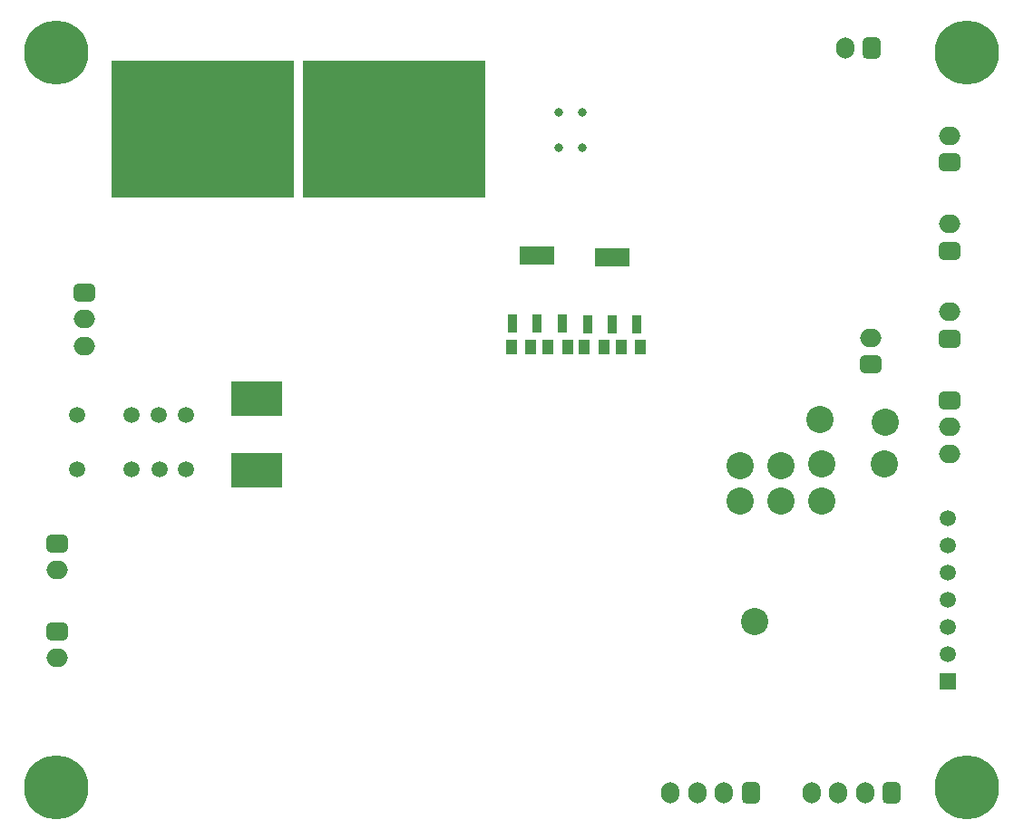
<source format=gbs>
G04*
G04 #@! TF.GenerationSoftware,Altium Limited,Altium Designer,21.2.0 (30)*
G04*
G04 Layer_Color=16711935*
%FSLAX25Y25*%
%MOIN*%
G70*
G04*
G04 #@! TF.SameCoordinates,1A82DE82-DBE2-47DD-AFC6-AE7A396213A6*
G04*
G04*
G04 #@! TF.FilePolarity,Negative*
G04*
G01*
G75*
%ADD41R,0.03937X0.05315*%
%ADD57C,0.06000*%
%ADD58C,0.12598*%
%ADD59O,0.07874X0.06693*%
G04:AMPARAMS|DCode=60|XSize=66.93mil|YSize=78.74mil|CornerRadius=16.73mil|HoleSize=0mil|Usage=FLASHONLY|Rotation=270.000|XOffset=0mil|YOffset=0mil|HoleType=Round|Shape=RoundedRectangle|*
%AMROUNDEDRECTD60*
21,1,0.06693,0.04528,0,0,270.0*
21,1,0.03347,0.07874,0,0,270.0*
1,1,0.03346,-0.02264,-0.01673*
1,1,0.03346,-0.02264,0.01673*
1,1,0.03346,0.02264,0.01673*
1,1,0.03346,0.02264,-0.01673*
%
%ADD60ROUNDEDRECTD60*%
%ADD61C,0.10000*%
%ADD62O,0.06693X0.07874*%
G04:AMPARAMS|DCode=63|XSize=66.93mil|YSize=78.74mil|CornerRadius=16.73mil|HoleSize=0mil|Usage=FLASHONLY|Rotation=180.000|XOffset=0mil|YOffset=0mil|HoleType=Round|Shape=RoundedRectangle|*
%AMROUNDEDRECTD63*
21,1,0.06693,0.04528,0,0,180.0*
21,1,0.03347,0.07874,0,0,180.0*
1,1,0.03346,-0.01673,0.02264*
1,1,0.03346,0.01673,0.02264*
1,1,0.03346,0.01673,-0.02264*
1,1,0.03346,-0.01673,-0.02264*
%
%ADD63ROUNDEDRECTD63*%
%ADD64C,0.05906*%
%ADD65R,0.05906X0.05906*%
%ADD66C,0.23622*%
%ADD67C,0.05000*%
%ADD68C,0.03150*%
%ADD75R,0.12598X0.06890*%
%ADD76R,0.03740X0.06890*%
%ADD77R,0.18504X0.12992*%
G36*
X103500Y233000D02*
X36500D01*
Y283500D01*
X103500D01*
Y233000D01*
D02*
G37*
G36*
X174000D02*
X107000D01*
Y283500D01*
X174000D01*
Y233000D01*
D02*
G37*
D41*
X196761Y178000D02*
D03*
X204044D02*
D03*
X183358D02*
D03*
X190642D02*
D03*
X217597D02*
D03*
X210314D02*
D03*
X231000D02*
D03*
X223716D02*
D03*
D57*
X62039Y258461D02*
D03*
X148461Y258500D02*
D03*
D58*
X79500Y275921D02*
D03*
X62039Y241000D02*
D03*
X79500Y258461D02*
D03*
Y241000D02*
D03*
X44579D02*
D03*
Y258461D02*
D03*
X62039Y275921D02*
D03*
X44579D02*
D03*
X165921Y275961D02*
D03*
X148461Y241039D02*
D03*
X165921Y258500D02*
D03*
Y241039D02*
D03*
X131000D02*
D03*
Y258500D02*
D03*
X148461Y275961D02*
D03*
X131000D02*
D03*
D59*
X26500Y178500D02*
D03*
Y188342D02*
D03*
X344500Y191000D02*
D03*
Y223342D02*
D03*
X315500Y181500D02*
D03*
X344500Y255842D02*
D03*
Y138815D02*
D03*
Y148658D02*
D03*
X16500Y95917D02*
D03*
Y63657D02*
D03*
D60*
X26500Y198185D02*
D03*
X344500Y181158D02*
D03*
Y213500D02*
D03*
X315500Y171658D02*
D03*
X344500Y246000D02*
D03*
Y158500D02*
D03*
X16500Y105759D02*
D03*
Y73500D02*
D03*
D61*
X267500Y134500D02*
D03*
X320500Y135000D02*
D03*
X273000Y77000D02*
D03*
X282500Y121500D02*
D03*
Y134500D02*
D03*
X297500Y121500D02*
D03*
X297000Y151500D02*
D03*
X297500Y135000D02*
D03*
X267500Y121500D02*
D03*
X321000Y150500D02*
D03*
D62*
X241972Y14000D02*
D03*
X251815D02*
D03*
X261658D02*
D03*
X293815D02*
D03*
X303658D02*
D03*
X313500D02*
D03*
X306157Y288000D02*
D03*
D63*
X271500Y14000D02*
D03*
X323342D02*
D03*
X316000Y288000D02*
D03*
D64*
X54079Y132870D02*
D03*
X64000D02*
D03*
Y153000D02*
D03*
X54000D02*
D03*
X44000Y152870D02*
D03*
Y132870D02*
D03*
X24000Y152870D02*
D03*
Y132870D02*
D03*
X344000Y115000D02*
D03*
Y65000D02*
D03*
Y75000D02*
D03*
Y85000D02*
D03*
Y105000D02*
D03*
Y95000D02*
D03*
D65*
Y55000D02*
D03*
D66*
X351000Y16185D02*
D03*
X16295Y286500D02*
D03*
X351000D02*
D03*
X16295Y16185D02*
D03*
D67*
X110000Y255500D02*
D03*
X118000Y256000D02*
D03*
X118500Y262500D02*
D03*
X110500Y263000D02*
D03*
Y270000D02*
D03*
X118500Y269500D02*
D03*
X118000Y278000D02*
D03*
X110500D02*
D03*
X100000Y255500D02*
D03*
X92500Y255000D02*
D03*
Y263000D02*
D03*
X100000Y262500D02*
D03*
X100500Y270500D02*
D03*
X92500Y271000D02*
D03*
X100500Y278000D02*
D03*
X93000Y278500D02*
D03*
D68*
X200773Y264496D02*
D03*
X209434Y251504D02*
D03*
X200773D02*
D03*
X209434Y264496D02*
D03*
D75*
X193000Y211588D02*
D03*
X220500Y211088D02*
D03*
D76*
X183945Y186785D02*
D03*
X193000D02*
D03*
X202055D02*
D03*
X229555Y186284D02*
D03*
X220500D02*
D03*
X211445D02*
D03*
D77*
X90000Y132622D02*
D03*
Y159000D02*
D03*
M02*

</source>
